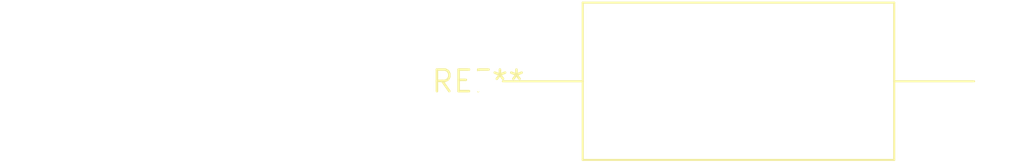
<source format=kicad_pcb>
(kicad_pcb (version 20240108) (generator pcbnew)
  (layers (0 "F.Cu" signal) (31 "B.Cu" signal) (34 "B.Paste" user) (35 "F.Paste" user) (36 "B.SilkS" user "B.Silkscreen") (37 "F.SilkS" user "F.Silkscreen") (38 "B.Mask" user) (39 "F.Mask" user) (44 "Edge.Cuts" user))
  (net 0 "")
  (footprint "R_Axial_DIN0918_L18.0mm_D9.0mm_P30.48mm_Horizontal" (layer "F.Cu") (at 0 0)
    (property "Reference" "REF**")
    (property "Value" "R_Axial_DIN0918_L18.0mm_D9.0mm_P30.48mm_Horizontal")
    (fp_line (start 1.44 0) (end 6.12 0) (layer "F.SilkS") (stroke (width 0.12)))
    (fp_line (start 6.12 -4.62) (end 6.12 4.62) (layer "F.SilkS") (stroke (width 0.12)))
    (fp_line (start 6.12 4.62) (end 24.36 4.62) (layer "F.SilkS") (stroke (width 0.12)))
    (fp_line (start 24.36 -4.62) (end 6.12 -4.62) (layer "F.SilkS") (stroke (width 0.12)))
    (fp_line (start 24.36 4.62) (end 24.36 -4.62) (layer "F.SilkS") (stroke (width 0.12)))
    (fp_line (start 29.04 0) (end 24.36 0) (layer "F.SilkS") (stroke (width 0.12)))
    (pad "1" thru_hole circle (at 0 0) (size 2.4 2.4) (drill 1.2) (layers *.Cu *.Mask) (remove_unused_layers))
    (pad "2" thru_hole oval (at 30.48 0) (size 2.4 2.4) (drill 1.2) (layers *.Cu *.Mask) (remove_unused_layers))
  )
)
</source>
